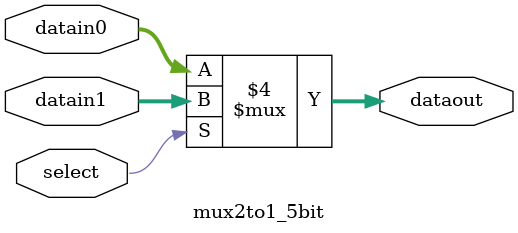
<source format=v>
/* 2 to 1 MUX, select from two 32-bit input*/
module mux2to1(datain0,datain1, dataout, select);
input [31:0] datain0, datain1;
input select;
output [31:0] dataout; 
reg [31:0] dataout;

/*whenever datain0 or datain1 or select signals is changed*/
    always @(datain0 or datain1 or select) /* when any of inputs or select changes */
    begin 
    if (select == 0) /* if select value is 0, select datain0 */
       dataout = datain0;
    else /* if select value is 1, select datain1 */
       dataout = datain1;
    end 
endmodule

module mux2to1_5bit(datain0, datain1, dataout, select);
  
input [4:0] datain0, datain1;
input select;
output reg [4:0] dataout;

/*whenever datain0 or datain1 or select signals is changed*/

/* new code start */

    always @(datain0 or datain1 or select) /* when any of inputs or select changes */
    begin 
    if (select == 0) /* if select value is 0, select datain0 */
       dataout = datain0;
    else /* if select value is 1, select datain1 */
       dataout = datain1;
    end 

/* new code end */

endmodule

</source>
